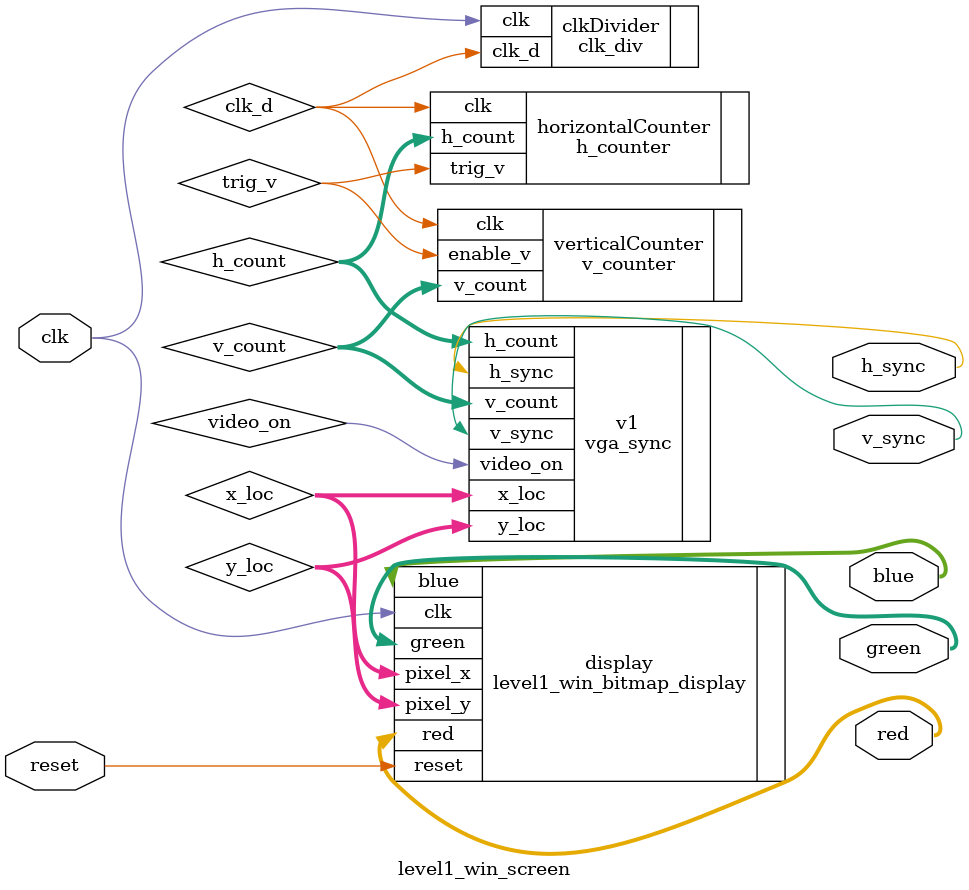
<source format=v>
`timescale 1ns / 1ps
module level1_win_screen(
    input clk,                    // System clock
    input reset,                  // Reset input
    output h_sync,                // Horizontal sync for VGA
    output v_sync,                // Vertical sync for VGA
    output [3:0] red,         // Red color output
    output [3:0] green,       // Green color output
    output [3:0] blue         // Blue color output
);

// Internal wires
wire clk_d;                     
wire [9:0] h_count;             
wire [9:0] v_count;             
wire video_on;                  
wire trig_v;                    
wire [9:0] x_loc;              
wire [9:0] y_loc;              

// Clock divider
clk_div clkDivider (
    .clk(clk),
    .clk_d(clk_d)
);

// Horizontal sync generator
h_counter horizontalCounter (
    .clk(clk_d),
    .h_count(h_count),
    .trig_v(trig_v)
);

// Vertical sync generator
v_counter verticalCounter (
    .clk(clk_d),
    .enable_v(trig_v),
    .v_count(v_count)
);

// VGA sync generator
vga_sync v1 (
    .h_count(h_count),
    .v_count(v_count),
    .h_sync(h_sync),
    .v_sync(v_sync),
    .video_on(video_on),
    .x_loc(x_loc),
    .y_loc(y_loc)
);

// VGA pixel output
level1_win_bitmap_display display (
    .clk(clk),
    .reset(reset),
    .pixel_x(x_loc),
    .pixel_y(y_loc),
    .red(red),
    .green(green),
    .blue(blue)
);

endmodule

</source>
